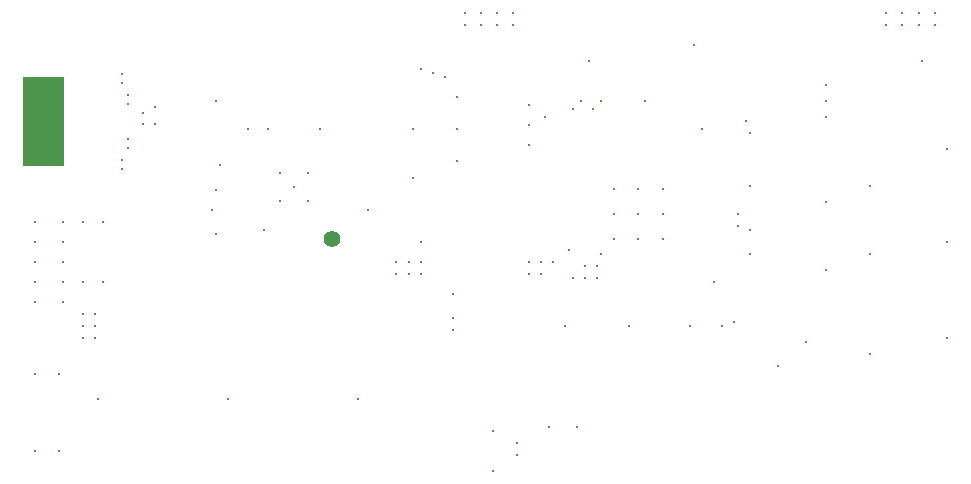
<source format=gbs>
G71*G90*G75*D02*
%ASAXBY*OFA0B0*MOMM*FSLAX43Y43*IPPOS*%
%ADD15C,0.300*%
%ADD29C,1.400*%
%ADD52R,3.500X3.500*%
G54D15*
G01X146500Y180250D03*
Y179250D03*
X144750Y182750D03*
Y183500D03*
X145250Y181000D03*
Y181750D03*
X147500Y179250D03*
X145250Y178000D03*
Y177250D03*
X144750Y176250D03*
Y175500D03*
X147500Y180750D03*
X142720Y156003D03*
X153720D03*
X164720D03*
X137354Y171019D03*
Y169319D03*
Y167619D03*
Y165919D03*
Y164219D03*
X142460Y161160D03*
X141440D03*
Y162180D03*
X142460D03*
X141440Y163200D03*
X142460D03*
X137354Y151639D03*
Y158099D03*
X139394Y151639D03*
Y158099D03*
X180874Y153679D03*
X183254D03*
X176114Y153339D03*
Y149939D03*
X178160Y152320D03*
Y151300D03*
X173734Y188699D03*
X175094D03*
X173734Y187679D03*
X175094D03*
X209434Y188699D03*
Y187679D03*
X210794Y188699D03*
Y187679D03*
X176460Y188700D03*
Y187680D03*
X177820Y188700D03*
Y187680D03*
X212160Y188700D03*
Y187680D03*
X213520Y188700D03*
Y187680D03*
X208074Y159799D03*
Y174079D03*
X214540Y177140D03*
Y169320D03*
Y161160D03*
X208074Y168299D03*
G54D52*
X138100Y181499D02*
Y177499D01*
G54D15*
X141434Y171019D03*
Y165919D03*
X143134Y171019D03*
Y165919D03*
X139734Y171019D03*
Y169319D03*
Y167619D03*
Y165919D03*
Y164219D03*
X152654Y173739D03*
X152314Y172039D03*
X152654Y169999D03*
X156734Y170339D03*
X155374Y178839D03*
X157074D03*
X161494D03*
G54D29*
X162530Y169520D03*
G54D15*
X152994Y175779D03*
X152654Y181219D03*
X165574Y172039D03*
X158098Y172747D03*
X159288Y173937D03*
X160478Y172747D03*
Y175127D03*
X158098D03*
X180534Y179859D03*
X182580Y168640D03*
X185300Y168300D03*
X173054Y181559D03*
Y178839D03*
Y176119D03*
X197874Y168299D03*
X182234Y162179D03*
X187674D03*
X192774D03*
X195494D03*
X197540Y179520D03*
X197874Y178499D03*
X189034Y181219D03*
X193800Y178840D03*
X197874Y174079D03*
X202634Y160819D03*
X184274Y184619D03*
X193114Y185979D03*
X196860Y171700D03*
X197880Y170340D03*
X196860Y170680D03*
X183600Y181220D03*
X182920Y180540D03*
X179180Y166600D03*
X180200D03*
X179180Y167620D03*
X180200D03*
X181220D03*
X183940Y167280D03*
Y166260D03*
X184960D03*
Y167280D03*
X182920Y166260D03*
X179180Y177480D03*
X196520Y162520D03*
X194820Y165920D03*
X179180Y180880D03*
X200254Y158779D03*
X179174Y179179D03*
X185294Y181219D03*
X184620Y180540D03*
X204334Y166939D03*
Y172719D03*
X172714Y162859D03*
Y161839D03*
Y164899D03*
X169994Y169319D03*
X170000Y183940D03*
X171020Y183600D03*
X172040Y183260D03*
X169320Y178840D03*
Y174760D03*
X170000Y167620D03*
X168980D03*
X170000Y166600D03*
X168980D03*
X167960Y167620D03*
Y166600D03*
X204334Y181219D03*
Y179859D03*
Y182579D03*
X212494Y184619D03*
X186334Y173759D03*
X190534D03*
X188434D03*
X186334Y169559D03*
X190534D03*
X188434D03*
X186334Y171659D03*
X190534D03*
X188434D03*
G01X0Y0D02*
M02*

</source>
